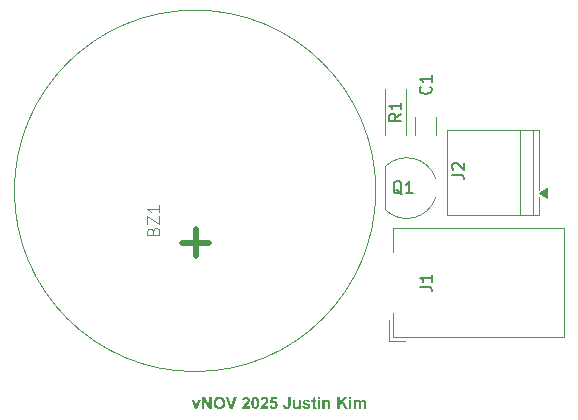
<source format=gbr>
%TF.GenerationSoftware,KiCad,Pcbnew,9.0.3*%
%TF.CreationDate,2025-11-18T21:13:43-05:00*%
%TF.ProjectId,digikey_water-alarm,64696769-6b65-4795-9f77-617465722d61,rev?*%
%TF.SameCoordinates,Original*%
%TF.FileFunction,Legend,Top*%
%TF.FilePolarity,Positive*%
%FSLAX46Y46*%
G04 Gerber Fmt 4.6, Leading zero omitted, Abs format (unit mm)*
G04 Created by KiCad (PCBNEW 9.0.3) date 2025-11-18 21:13:43*
%MOMM*%
%LPD*%
G01*
G04 APERTURE LIST*
%ADD10C,0.200000*%
%ADD11C,0.150000*%
%ADD12C,0.100000*%
%ADD13C,0.500000*%
%ADD14C,0.120000*%
G04 APERTURE END LIST*
D10*
G36*
X133749869Y-113530000D02*
G01*
X133457510Y-112803133D01*
X133659010Y-112803133D01*
X133795664Y-113174077D01*
X133835293Y-113297969D01*
X133855076Y-113235687D01*
X133875593Y-113174077D01*
X134013590Y-112803133D01*
X134210999Y-112803133D01*
X133922732Y-113530000D01*
X133749869Y-113530000D01*
G37*
G36*
X134331533Y-113530000D02*
G01*
X134331533Y-112525673D01*
X134528271Y-112525673D01*
X134938110Y-113198012D01*
X134938110Y-112525673D01*
X135125994Y-112525673D01*
X135125994Y-113530000D01*
X134923089Y-113530000D01*
X134519356Y-112867674D01*
X134519356Y-113530000D01*
X134331533Y-113530000D01*
G37*
G36*
X135871476Y-112516038D02*
G01*
X135949731Y-112533249D01*
X136019314Y-112560941D01*
X136081485Y-112598984D01*
X136137159Y-112647855D01*
X136183310Y-112704785D01*
X136219879Y-112770160D01*
X136246947Y-112845223D01*
X136264016Y-112931580D01*
X136270027Y-113031133D01*
X136264072Y-113129835D01*
X136247153Y-113215570D01*
X136220305Y-113290201D01*
X136184014Y-113355302D01*
X136138197Y-113412091D01*
X136082940Y-113460814D01*
X136021149Y-113498750D01*
X135951905Y-113526375D01*
X135873938Y-113543552D01*
X135785694Y-113549539D01*
X135696201Y-113543547D01*
X135617390Y-113526385D01*
X135547654Y-113498844D01*
X135485679Y-113461111D01*
X135430504Y-113412763D01*
X135384578Y-113356176D01*
X135348273Y-113291541D01*
X135321466Y-113217686D01*
X135304602Y-113133092D01*
X135298674Y-113035957D01*
X135299053Y-113029118D01*
X135507013Y-113029118D01*
X135512754Y-113115777D01*
X135528611Y-113186154D01*
X135553094Y-113243151D01*
X135585537Y-113289115D01*
X135627791Y-113328059D01*
X135674422Y-113355349D01*
X135726365Y-113371890D01*
X135785022Y-113377592D01*
X135843725Y-113371910D01*
X135895493Y-113355459D01*
X135941755Y-113328373D01*
X135983469Y-113289787D01*
X136015300Y-113244278D01*
X136039495Y-113187028D01*
X136055273Y-113115450D01*
X136061017Y-113026371D01*
X136055392Y-112938166D01*
X136039982Y-112867668D01*
X136016428Y-112811634D01*
X135985546Y-112767412D01*
X135945004Y-112730253D01*
X135898894Y-112703866D01*
X135846106Y-112687646D01*
X135785022Y-112681988D01*
X135724045Y-112687686D01*
X135671106Y-112704055D01*
X135624625Y-112730756D01*
X135583522Y-112768450D01*
X135552161Y-112813231D01*
X135528287Y-112869763D01*
X135512695Y-112940658D01*
X135507013Y-113029118D01*
X135299053Y-113029118D01*
X135304320Y-112934196D01*
X135320056Y-112849124D01*
X135344469Y-112778159D01*
X135384774Y-112705381D01*
X135437648Y-112640345D01*
X135479108Y-112602503D01*
X135522192Y-112572533D01*
X135567158Y-112549792D01*
X135630695Y-112528232D01*
X135702226Y-112514750D01*
X135783007Y-112510041D01*
X135871476Y-112516038D01*
G37*
G36*
X136683469Y-113530000D02*
G01*
X136325532Y-112525673D01*
X136544801Y-112525673D01*
X136798264Y-113268171D01*
X137043483Y-112525673D01*
X137257990Y-112525673D01*
X136899319Y-113530000D01*
X136683469Y-113530000D01*
G37*
G36*
X138355739Y-113350237D02*
G01*
X138355739Y-113530000D01*
X137682911Y-113530000D01*
X137694975Y-113464273D01*
X137716698Y-113400789D01*
X137748490Y-113338941D01*
X137789480Y-113281194D01*
X137858385Y-113203102D01*
X137964340Y-113099460D01*
X138080173Y-112986661D01*
X138123464Y-112935940D01*
X138146153Y-112895058D01*
X138158967Y-112856266D01*
X138163093Y-112818764D01*
X138158836Y-112777427D01*
X138147110Y-112745319D01*
X138128593Y-112720334D01*
X138103606Y-112701704D01*
X138072427Y-112690069D01*
X138033278Y-112685896D01*
X137994733Y-112690208D01*
X137963398Y-112702366D01*
X137937657Y-112722105D01*
X137918780Y-112748601D01*
X137904664Y-112787285D01*
X137896685Y-112842212D01*
X137705443Y-112823100D01*
X137719967Y-112743903D01*
X137743268Y-112681419D01*
X137774225Y-112632533D01*
X137812665Y-112594916D01*
X137859247Y-112565306D01*
X137911633Y-112543757D01*
X137970834Y-112530351D01*
X138038101Y-112525673D01*
X138111970Y-112531230D01*
X138174135Y-112546875D01*
X138226635Y-112571638D01*
X138271048Y-112605357D01*
X138308314Y-112647901D01*
X138334460Y-112694455D01*
X138350294Y-112745897D01*
X138355739Y-112803499D01*
X138349639Y-112869506D01*
X138331498Y-112931849D01*
X138301448Y-112992070D01*
X138254623Y-113059466D01*
X138211702Y-113107424D01*
X138128960Y-113186838D01*
X138013860Y-113297114D01*
X137974598Y-113350237D01*
X138355739Y-113350237D01*
G37*
G36*
X138880467Y-112532592D02*
G01*
X138940696Y-112552328D01*
X138992444Y-112584386D01*
X139037116Y-112629659D01*
X139068568Y-112678180D01*
X139095119Y-112740242D01*
X139115955Y-112818649D01*
X139129764Y-112916670D01*
X139134813Y-113037972D01*
X139129753Y-113158779D01*
X139115896Y-113256713D01*
X139094948Y-113335342D01*
X139068197Y-113397847D01*
X139036444Y-113446957D01*
X138992178Y-113491529D01*
X138940696Y-113523164D01*
X138880565Y-113542684D01*
X138809603Y-113549539D01*
X138738988Y-113542280D01*
X138677329Y-113521295D01*
X138622705Y-113486676D01*
X138573909Y-113437065D01*
X138545761Y-113393100D01*
X138521562Y-113334643D01*
X138502247Y-113258318D01*
X138489258Y-113160203D01*
X138484535Y-113037972D01*
X138685284Y-113037972D01*
X138690832Y-113200266D01*
X138703053Y-113279834D01*
X138717666Y-113322997D01*
X138732715Y-113350830D01*
X138747810Y-113367517D01*
X138776740Y-113383862D01*
X138809603Y-113389316D01*
X138842543Y-113383786D01*
X138871763Y-113367151D01*
X138894561Y-113338913D01*
X138914200Y-113287650D01*
X138927946Y-113201199D01*
X138933984Y-113037972D01*
X138928434Y-112875632D01*
X138916215Y-112796111D01*
X138894112Y-112737287D01*
X138871458Y-112708061D01*
X138842493Y-112691435D01*
X138809603Y-112685896D01*
X138776706Y-112691421D01*
X138747444Y-112708061D01*
X138724694Y-112736292D01*
X138705068Y-112787562D01*
X138691311Y-112874611D01*
X138685284Y-113037972D01*
X138484535Y-113037972D01*
X138484455Y-113035896D01*
X138489505Y-112915732D01*
X138503345Y-112818210D01*
X138524281Y-112739807D01*
X138551037Y-112677386D01*
X138582824Y-112628255D01*
X138627090Y-112583680D01*
X138678563Y-112552045D01*
X138738675Y-112532526D01*
X138809603Y-112525673D01*
X138880467Y-112532592D01*
G37*
G36*
X139911078Y-113350237D02*
G01*
X139911078Y-113530000D01*
X139238250Y-113530000D01*
X139250314Y-113464273D01*
X139272036Y-113400789D01*
X139303829Y-113338941D01*
X139344819Y-113281194D01*
X139413724Y-113203102D01*
X139519678Y-113099460D01*
X139635511Y-112986661D01*
X139678803Y-112935940D01*
X139701491Y-112895058D01*
X139714305Y-112856266D01*
X139718431Y-112818764D01*
X139714174Y-112777427D01*
X139702449Y-112745319D01*
X139683932Y-112720334D01*
X139658944Y-112701704D01*
X139627766Y-112690069D01*
X139588616Y-112685896D01*
X139550072Y-112690208D01*
X139518736Y-112702366D01*
X139492995Y-112722105D01*
X139474119Y-112748601D01*
X139460002Y-112787285D01*
X139452023Y-112842212D01*
X139260781Y-112823100D01*
X139275305Y-112743903D01*
X139298607Y-112681419D01*
X139329564Y-112632533D01*
X139368004Y-112594916D01*
X139414585Y-112565306D01*
X139466971Y-112543757D01*
X139526173Y-112530351D01*
X139593440Y-112525673D01*
X139667308Y-112531230D01*
X139729474Y-112546875D01*
X139781974Y-112571638D01*
X139826386Y-112605357D01*
X139863653Y-112647901D01*
X139889798Y-112694455D01*
X139905633Y-112745897D01*
X139911078Y-112803499D01*
X139904977Y-112869506D01*
X139886837Y-112931849D01*
X139856787Y-112992070D01*
X139809961Y-113059466D01*
X139767040Y-113107424D01*
X139684298Y-113186838D01*
X139569199Y-113297114D01*
X139529937Y-113350237D01*
X139911078Y-113350237D01*
G37*
G36*
X140043213Y-113276231D02*
G01*
X140234516Y-113256448D01*
X140243958Y-113297945D01*
X140260176Y-113331745D01*
X140282998Y-113359274D01*
X140311641Y-113380535D01*
X140342315Y-113392951D01*
X140375933Y-113397131D01*
X140413690Y-113391638D01*
X140447162Y-113375328D01*
X140477660Y-113347001D01*
X140499463Y-113311098D01*
X140513941Y-113262025D01*
X140519364Y-113195753D01*
X140514034Y-113133845D01*
X140499737Y-113087736D01*
X140478026Y-113053726D01*
X140447773Y-113027449D01*
X140412452Y-113011777D01*
X140370437Y-113006343D01*
X140331107Y-113010764D01*
X140293803Y-113024032D01*
X140257681Y-113046812D01*
X140222182Y-113080593D01*
X140066416Y-113057695D01*
X140164785Y-112537397D01*
X140672383Y-112537397D01*
X140672383Y-112717159D01*
X140310293Y-112717159D01*
X140280251Y-112885687D01*
X140323940Y-112867863D01*
X140367500Y-112857398D01*
X140411409Y-112853935D01*
X140473319Y-112859907D01*
X140529236Y-112877369D01*
X140580473Y-112906378D01*
X140627930Y-112947969D01*
X140666149Y-112997436D01*
X140693705Y-113053672D01*
X140710796Y-113117966D01*
X140716774Y-113192028D01*
X140712186Y-113253612D01*
X140698707Y-113310860D01*
X140676436Y-113364572D01*
X140645027Y-113415389D01*
X140602518Y-113464062D01*
X140555004Y-113501082D01*
X140501848Y-113527570D01*
X140441956Y-113543873D01*
X140373857Y-113549539D01*
X140304938Y-113544490D01*
X140245234Y-113530104D01*
X140193234Y-113507075D01*
X140147749Y-113475472D01*
X140108778Y-113435659D01*
X140078545Y-113389829D01*
X140056626Y-113337107D01*
X140043213Y-113276231D01*
G37*
G36*
X141610703Y-112525673D02*
G01*
X141812203Y-112525673D01*
X141812203Y-113162903D01*
X141809261Y-113246850D01*
X141801504Y-113309547D01*
X141790343Y-113355183D01*
X141765394Y-113410044D01*
X141730166Y-113456759D01*
X141683792Y-113496355D01*
X141629846Y-113524756D01*
X141563025Y-113542962D01*
X141480216Y-113549539D01*
X141406517Y-113543690D01*
X141345372Y-113527299D01*
X141294474Y-113501417D01*
X141252093Y-113466130D01*
X141218786Y-113422400D01*
X141193791Y-113368532D01*
X141177578Y-113302392D01*
X141171493Y-113221277D01*
X141362063Y-113201737D01*
X141367262Y-113259551D01*
X141376170Y-113298513D01*
X141387342Y-113323553D01*
X141412990Y-113353571D01*
X141445472Y-113371338D01*
X141487055Y-113377592D01*
X141530313Y-113372640D01*
X141561086Y-113359392D01*
X141582676Y-113338757D01*
X141596141Y-113310517D01*
X141606443Y-113260147D01*
X141610703Y-113177313D01*
X141610703Y-112525673D01*
G37*
G36*
X142503166Y-113530000D02*
G01*
X142503166Y-113421372D01*
X142474139Y-113457352D01*
X142439577Y-113488302D01*
X142398935Y-113514490D01*
X142354838Y-113534058D01*
X142309625Y-113545658D01*
X142262709Y-113549539D01*
X142214792Y-113545818D01*
X142171311Y-113534989D01*
X142131489Y-113517238D01*
X142096023Y-113492520D01*
X142068275Y-113462467D01*
X142047470Y-113426502D01*
X142034026Y-113386592D01*
X142024921Y-113333783D01*
X142021519Y-113264996D01*
X142021519Y-112803133D01*
X142213494Y-112803133D01*
X142213494Y-113137745D01*
X142217128Y-113276967D01*
X142224057Y-113325935D01*
X142239132Y-113357132D01*
X142262648Y-113380828D01*
X142293435Y-113395699D01*
X142333722Y-113401039D01*
X142380567Y-113394212D01*
X142421833Y-113373989D01*
X142454998Y-113343170D01*
X142475139Y-113306762D01*
X142484670Y-113252469D01*
X142489488Y-113110329D01*
X142489488Y-112803133D01*
X142681463Y-112803133D01*
X142681463Y-113530000D01*
X142503166Y-113530000D01*
G37*
G36*
X142812866Y-113322882D02*
G01*
X143005512Y-113299434D01*
X143017004Y-113334665D01*
X143033636Y-113362391D01*
X143055338Y-113383942D01*
X143081926Y-113399205D01*
X143116294Y-113409124D01*
X143160546Y-113412763D01*
X143209640Y-113409098D01*
X143246016Y-113399347D01*
X143272592Y-113384797D01*
X143291508Y-113362035D01*
X143297871Y-113332468D01*
X143294353Y-113311732D01*
X143284193Y-113295404D01*
X143264799Y-113283557D01*
X143220019Y-113269576D01*
X143062253Y-113229434D01*
X142971528Y-113198152D01*
X142925584Y-113174321D01*
X142887504Y-113141231D01*
X142861077Y-113103386D01*
X142845057Y-113059856D01*
X142839488Y-113009030D01*
X142844185Y-112963005D01*
X142857928Y-112921573D01*
X142880848Y-112883675D01*
X142913921Y-112848623D01*
X142952409Y-112822211D01*
X143001924Y-112801898D01*
X143065033Y-112788508D01*
X143144853Y-112783593D01*
X143221719Y-112787409D01*
X143282368Y-112797752D01*
X143329678Y-112813254D01*
X143366137Y-112832991D01*
X143408693Y-112870333D01*
X143441880Y-112918316D01*
X143465910Y-112978988D01*
X143284926Y-113014159D01*
X143267691Y-112973394D01*
X143240840Y-112944549D01*
X143217947Y-112931830D01*
X143187766Y-112923465D01*
X143148272Y-112920369D01*
X143097628Y-112923393D01*
X143062776Y-112931130D01*
X143039645Y-112942046D01*
X143023121Y-112959885D01*
X143017786Y-112981796D01*
X143022391Y-113000888D01*
X143036898Y-113017456D01*
X143078768Y-113035910D01*
X143216233Y-113072655D01*
X143318110Y-113101487D01*
X143386699Y-113130680D01*
X143430373Y-113159361D01*
X143463251Y-113197546D01*
X143483373Y-113244745D01*
X143490518Y-113303709D01*
X143485374Y-113352052D01*
X143470179Y-113396408D01*
X143444552Y-113437847D01*
X143407170Y-113477060D01*
X143364016Y-113506886D01*
X143310154Y-113529500D01*
X143243273Y-113544202D01*
X143160546Y-113549539D01*
X143085568Y-113545160D01*
X143022670Y-113532922D01*
X142969974Y-113513858D01*
X142925889Y-113488539D01*
X142886289Y-113455174D01*
X142854583Y-113416844D01*
X142830157Y-113373030D01*
X142812866Y-113322882D01*
G37*
G36*
X143990849Y-112803133D02*
G01*
X143990849Y-112955540D01*
X143859691Y-112955540D01*
X143859691Y-113250708D01*
X143863415Y-113355183D01*
X143869506Y-113368613D01*
X143880512Y-113379668D01*
X143894974Y-113386809D01*
X143912997Y-113389316D01*
X143942110Y-113385513D01*
X143990177Y-113370875D01*
X144006542Y-113520657D01*
X143961083Y-113536400D01*
X143910780Y-113546157D01*
X143854867Y-113549539D01*
X143804721Y-113544992D01*
X143761261Y-113531953D01*
X143724050Y-113510954D01*
X143700139Y-113486463D01*
X143684314Y-113455356D01*
X143673211Y-113411053D01*
X143669020Y-113368756D01*
X143667044Y-113274583D01*
X143667044Y-112955540D01*
X143578934Y-112955540D01*
X143578934Y-112803133D01*
X143667044Y-112803133D01*
X143667044Y-112662449D01*
X143859691Y-112549120D01*
X143859691Y-112803133D01*
X143990849Y-112803133D01*
G37*
G36*
X144124206Y-112701528D02*
G01*
X144124206Y-112525673D01*
X144316120Y-112525673D01*
X144316120Y-112701528D01*
X144124206Y-112701528D01*
G37*
G36*
X144124206Y-113530000D02*
G01*
X144124206Y-112803133D01*
X144316120Y-112803133D01*
X144316120Y-113530000D01*
X144124206Y-113530000D01*
G37*
G36*
X145172923Y-113530000D02*
G01*
X144980949Y-113530000D01*
X144980949Y-113157957D01*
X144976910Y-113050138D01*
X144968614Y-113005244D01*
X144952273Y-112974126D01*
X144928681Y-112951327D01*
X144898805Y-112937079D01*
X144862063Y-112932093D01*
X144814605Y-112939019D01*
X144772609Y-112959570D01*
X144739170Y-112991512D01*
X144718265Y-113032294D01*
X144708194Y-113087163D01*
X144703611Y-113199783D01*
X144703611Y-113530000D01*
X144511636Y-113530000D01*
X144511636Y-112803133D01*
X144689933Y-112803133D01*
X144689933Y-112909684D01*
X144731420Y-112862820D01*
X144775504Y-112827849D01*
X144822593Y-112803364D01*
X144873432Y-112788622D01*
X144929047Y-112783593D01*
X144990539Y-112789492D01*
X145045123Y-112806613D01*
X145092601Y-112833758D01*
X145124747Y-112865415D01*
X145147538Y-112903351D01*
X145162299Y-112946503D01*
X145169846Y-112996755D01*
X145172923Y-113076379D01*
X145172923Y-113530000D01*
G37*
G36*
X145760816Y-113530000D02*
G01*
X145760816Y-112525673D01*
X145962988Y-112525673D01*
X145962988Y-112969279D01*
X146371484Y-112525673D01*
X146643387Y-112525673D01*
X146266277Y-112916095D01*
X146663904Y-113530000D01*
X146402259Y-113530000D01*
X146126936Y-113059405D01*
X145962988Y-113227260D01*
X145962988Y-113530000D01*
X145760816Y-113530000D01*
G37*
G36*
X146766913Y-112701528D02*
G01*
X146766913Y-112525673D01*
X146958827Y-112525673D01*
X146958827Y-112701528D01*
X146766913Y-112701528D01*
G37*
G36*
X146766913Y-113530000D02*
G01*
X146766913Y-112803133D01*
X146958827Y-112803133D01*
X146958827Y-113530000D01*
X146766913Y-113530000D01*
G37*
G36*
X147141399Y-112803133D02*
G01*
X147318292Y-112803133D01*
X147318292Y-112902173D01*
X147370210Y-112848446D01*
X147424502Y-112812093D01*
X147482068Y-112790768D01*
X147544399Y-112783593D01*
X147590132Y-112787017D01*
X147630137Y-112796819D01*
X147665361Y-112812597D01*
X147696880Y-112834734D01*
X147724823Y-112863675D01*
X147749380Y-112900341D01*
X147800321Y-112847975D01*
X147852512Y-112812597D01*
X147909720Y-112790853D01*
X147970725Y-112783593D01*
X148023165Y-112787516D01*
X148067804Y-112798613D01*
X148105975Y-112816261D01*
X148139497Y-112841171D01*
X148166928Y-112872814D01*
X148188651Y-112912126D01*
X148202505Y-112966234D01*
X148208435Y-113063312D01*
X148208435Y-113530000D01*
X148016460Y-113530000D01*
X148016460Y-113113321D01*
X148013358Y-113039494D01*
X148005988Y-112996217D01*
X147996676Y-112973309D01*
X147975992Y-112950630D01*
X147949317Y-112936962D01*
X147914672Y-112932093D01*
X147875902Y-112938165D01*
X147838834Y-112956823D01*
X147808782Y-112986568D01*
X147787604Y-113029241D01*
X147776597Y-113083867D01*
X147771912Y-113179877D01*
X147771912Y-113530000D01*
X147579937Y-113530000D01*
X147579937Y-113130479D01*
X147576569Y-113033339D01*
X147569678Y-112993215D01*
X147556161Y-112965649D01*
X147537866Y-112947236D01*
X147513804Y-112936220D01*
X147479492Y-112932093D01*
X147437146Y-112938158D01*
X147399563Y-112956151D01*
X147369417Y-112984997D01*
X147348639Y-113025455D01*
X147337958Y-113078245D01*
X147333312Y-113175786D01*
X147333312Y-113530000D01*
X147141399Y-113530000D01*
X147141399Y-112803133D01*
G37*
D11*
X151237961Y-95393657D02*
X151142723Y-95346038D01*
X151142723Y-95346038D02*
X151047485Y-95250800D01*
X151047485Y-95250800D02*
X150904628Y-95107942D01*
X150904628Y-95107942D02*
X150809390Y-95060323D01*
X150809390Y-95060323D02*
X150714152Y-95060323D01*
X150761771Y-95298419D02*
X150666533Y-95250800D01*
X150666533Y-95250800D02*
X150571295Y-95155561D01*
X150571295Y-95155561D02*
X150523676Y-94965085D01*
X150523676Y-94965085D02*
X150523676Y-94631752D01*
X150523676Y-94631752D02*
X150571295Y-94441276D01*
X150571295Y-94441276D02*
X150666533Y-94346038D01*
X150666533Y-94346038D02*
X150761771Y-94298419D01*
X150761771Y-94298419D02*
X150952247Y-94298419D01*
X150952247Y-94298419D02*
X151047485Y-94346038D01*
X151047485Y-94346038D02*
X151142723Y-94441276D01*
X151142723Y-94441276D02*
X151190342Y-94631752D01*
X151190342Y-94631752D02*
X151190342Y-94965085D01*
X151190342Y-94965085D02*
X151142723Y-95155561D01*
X151142723Y-95155561D02*
X151047485Y-95250800D01*
X151047485Y-95250800D02*
X150952247Y-95298419D01*
X150952247Y-95298419D02*
X150761771Y-95298419D01*
X152142723Y-95298419D02*
X151571295Y-95298419D01*
X151857009Y-95298419D02*
X151857009Y-94298419D01*
X151857009Y-94298419D02*
X151761771Y-94441276D01*
X151761771Y-94441276D02*
X151666533Y-94536514D01*
X151666533Y-94536514D02*
X151571295Y-94584133D01*
X151153019Y-88584066D02*
X150676828Y-88917399D01*
X151153019Y-89155494D02*
X150153019Y-89155494D01*
X150153019Y-89155494D02*
X150153019Y-88774542D01*
X150153019Y-88774542D02*
X150200638Y-88679304D01*
X150200638Y-88679304D02*
X150248257Y-88631685D01*
X150248257Y-88631685D02*
X150343495Y-88584066D01*
X150343495Y-88584066D02*
X150486352Y-88584066D01*
X150486352Y-88584066D02*
X150581590Y-88631685D01*
X150581590Y-88631685D02*
X150629209Y-88679304D01*
X150629209Y-88679304D02*
X150676828Y-88774542D01*
X150676828Y-88774542D02*
X150676828Y-89155494D01*
X151153019Y-87631685D02*
X151153019Y-88203113D01*
X151153019Y-87917399D02*
X150153019Y-87917399D01*
X150153019Y-87917399D02*
X150295876Y-88012637D01*
X150295876Y-88012637D02*
X150391114Y-88107875D01*
X150391114Y-88107875D02*
X150438733Y-88203113D01*
X153648580Y-86272666D02*
X153696200Y-86320285D01*
X153696200Y-86320285D02*
X153743819Y-86463142D01*
X153743819Y-86463142D02*
X153743819Y-86558380D01*
X153743819Y-86558380D02*
X153696200Y-86701237D01*
X153696200Y-86701237D02*
X153600961Y-86796475D01*
X153600961Y-86796475D02*
X153505723Y-86844094D01*
X153505723Y-86844094D02*
X153315247Y-86891713D01*
X153315247Y-86891713D02*
X153172390Y-86891713D01*
X153172390Y-86891713D02*
X152981914Y-86844094D01*
X152981914Y-86844094D02*
X152886676Y-86796475D01*
X152886676Y-86796475D02*
X152791438Y-86701237D01*
X152791438Y-86701237D02*
X152743819Y-86558380D01*
X152743819Y-86558380D02*
X152743819Y-86463142D01*
X152743819Y-86463142D02*
X152791438Y-86320285D01*
X152791438Y-86320285D02*
X152839057Y-86272666D01*
X153743819Y-85320285D02*
X153743819Y-85891713D01*
X153743819Y-85605999D02*
X152743819Y-85605999D01*
X152743819Y-85605999D02*
X152886676Y-85701237D01*
X152886676Y-85701237D02*
X152981914Y-85796475D01*
X152981914Y-85796475D02*
X153029533Y-85891713D01*
X155492719Y-93731733D02*
X156207004Y-93731733D01*
X156207004Y-93731733D02*
X156349861Y-93779352D01*
X156349861Y-93779352D02*
X156445100Y-93874590D01*
X156445100Y-93874590D02*
X156492719Y-94017447D01*
X156492719Y-94017447D02*
X156492719Y-94112685D01*
X155587957Y-93303161D02*
X155540338Y-93255542D01*
X155540338Y-93255542D02*
X155492719Y-93160304D01*
X155492719Y-93160304D02*
X155492719Y-92922209D01*
X155492719Y-92922209D02*
X155540338Y-92826971D01*
X155540338Y-92826971D02*
X155587957Y-92779352D01*
X155587957Y-92779352D02*
X155683195Y-92731733D01*
X155683195Y-92731733D02*
X155778433Y-92731733D01*
X155778433Y-92731733D02*
X155921290Y-92779352D01*
X155921290Y-92779352D02*
X156492719Y-93350780D01*
X156492719Y-93350780D02*
X156492719Y-92731733D01*
D12*
X130157609Y-98478552D02*
X130205228Y-98335695D01*
X130205228Y-98335695D02*
X130252847Y-98288076D01*
X130252847Y-98288076D02*
X130348085Y-98240457D01*
X130348085Y-98240457D02*
X130490942Y-98240457D01*
X130490942Y-98240457D02*
X130586180Y-98288076D01*
X130586180Y-98288076D02*
X130633800Y-98335695D01*
X130633800Y-98335695D02*
X130681419Y-98430933D01*
X130681419Y-98430933D02*
X130681419Y-98811885D01*
X130681419Y-98811885D02*
X129681419Y-98811885D01*
X129681419Y-98811885D02*
X129681419Y-98478552D01*
X129681419Y-98478552D02*
X129729038Y-98383314D01*
X129729038Y-98383314D02*
X129776657Y-98335695D01*
X129776657Y-98335695D02*
X129871895Y-98288076D01*
X129871895Y-98288076D02*
X129967133Y-98288076D01*
X129967133Y-98288076D02*
X130062371Y-98335695D01*
X130062371Y-98335695D02*
X130109990Y-98383314D01*
X130109990Y-98383314D02*
X130157609Y-98478552D01*
X130157609Y-98478552D02*
X130157609Y-98811885D01*
X129681419Y-97907123D02*
X129681419Y-97240457D01*
X129681419Y-97240457D02*
X130681419Y-97907123D01*
X130681419Y-97907123D02*
X130681419Y-97240457D01*
X130681419Y-96335695D02*
X130681419Y-96907123D01*
X130681419Y-96621409D02*
X129681419Y-96621409D01*
X129681419Y-96621409D02*
X129824276Y-96716647D01*
X129824276Y-96716647D02*
X129919514Y-96811885D01*
X129919514Y-96811885D02*
X129967133Y-96907123D01*
D13*
X133788000Y-100654367D02*
X133788000Y-98368653D01*
X134930857Y-99511510D02*
X132645142Y-99511510D01*
D11*
X152770019Y-103203333D02*
X153484304Y-103203333D01*
X153484304Y-103203333D02*
X153627161Y-103250952D01*
X153627161Y-103250952D02*
X153722400Y-103346190D01*
X153722400Y-103346190D02*
X153770019Y-103489047D01*
X153770019Y-103489047D02*
X153770019Y-103584285D01*
X153770019Y-102203333D02*
X153770019Y-102774761D01*
X153770019Y-102489047D02*
X152770019Y-102489047D01*
X152770019Y-102489047D02*
X152912876Y-102584285D01*
X152912876Y-102584285D02*
X153008114Y-102679523D01*
X153008114Y-102679523D02*
X153055733Y-102774761D01*
D14*
%TO.C,Q1*%
X149788000Y-93069000D02*
X149788000Y-96669000D01*
X149795844Y-93057547D02*
G75*
G02*
X154088000Y-94049000I1842156J-1811453D01*
G01*
X154088000Y-95649000D02*
G75*
G02*
X149810316Y-96677445I-2450000J780000D01*
G01*
%TO.C,R1*%
X149778200Y-86497400D02*
X149778200Y-90337400D01*
X151618200Y-86497400D02*
X151618200Y-90337400D01*
%TO.C,C1*%
X152318200Y-90350800D02*
X152318200Y-88820800D01*
X154158200Y-88820800D02*
X154158200Y-90350800D01*
%TO.C,J2*%
X155027700Y-89928200D02*
X162867700Y-89928200D01*
X155027700Y-97168200D02*
X155027700Y-89928200D01*
X161247700Y-97168200D02*
X161247700Y-89928200D01*
X162347700Y-97168200D02*
X162347700Y-89928200D01*
X162867700Y-89928200D02*
X162867700Y-94998200D01*
X162867700Y-95598200D02*
X162867700Y-97168200D01*
X162867700Y-97168200D02*
X155027700Y-97168200D01*
X163477700Y-95738200D02*
X162867700Y-95298200D01*
X163477700Y-94858200D01*
X163477700Y-95738200D01*
G36*
X163477700Y-95738200D02*
G01*
X162867700Y-95298200D01*
X163477700Y-94858200D01*
X163477700Y-95738200D01*
G37*
D12*
%TO.C,BZ1*%
X149024000Y-95097600D02*
G75*
G02*
X118424000Y-95097600I-15300000J0D01*
G01*
X118424000Y-95097600D02*
G75*
G02*
X149024000Y-95097600I15300000J0D01*
G01*
D14*
%TO.C,J1*%
X150155400Y-106070000D02*
X150155400Y-107770000D01*
X150155400Y-107770000D02*
X151455400Y-107770000D01*
X150455400Y-98270000D02*
X151755400Y-98270000D01*
X150455400Y-100270000D02*
X150455400Y-98270000D01*
X150455400Y-107470000D02*
X150455400Y-105470000D01*
X151755400Y-98270000D02*
X164955400Y-98270000D01*
X164955400Y-98270000D02*
X164955400Y-107470000D01*
X164955400Y-107470000D02*
X150455400Y-107470000D01*
%TD*%
M02*

</source>
